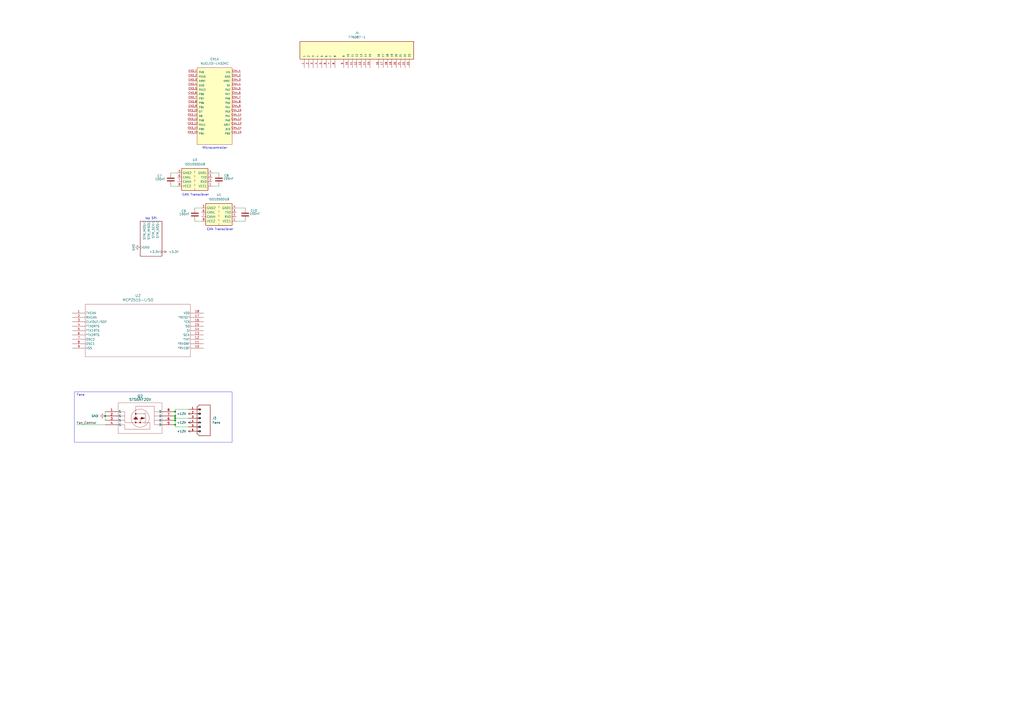
<source format=kicad_sch>
(kicad_sch (version 20231120) (generator "eeschema") (generator_version "8.0")
  (paper "A2")
  (lib_symbols
    (symbol "1FS_2_Global_Symbol_Library:1053091206" (pin_names (offset 1.016))
      (property "Reference" "J" (at 0 8.89 0))
      (property "Value" "1053091206" (at 0 -12.7 0))
      (symbol "1053091206_0_0"
        (polyline (pts (xy 0 -8.89) (xy 1.27 -10.16)) (stroke (width 0.254)))
        (polyline (pts (xy 0 -7.62) (xy 1.905 -7.62)) (stroke (width 0.254)))
        (polyline (pts (xy 0 -5.08) (xy 1.905 -5.08)) (stroke (width 0.254)))
        (polyline (pts (xy 0 -2.54) (xy 1.905 -2.54)) (stroke (width 0.254)))
        (polyline (pts (xy 0 0) (xy 1.905 0)) (stroke (width 0.254)))
        (polyline (pts (xy 0 2.54) (xy 1.905 2.54)) (stroke (width 0.254)))
        (polyline (pts (xy 0 5.08) (xy 0 -8.89)) (stroke (width 0.254)))
        (polyline (pts (xy 0 5.08) (xy 1.905 5.08)) (stroke (width 0.254)))
        (polyline (pts (xy 0 6.35) (xy 0 5.08)) (stroke (width 0.254)))
        (polyline (pts (xy 0 6.35) (xy 1.27 7.62)) (stroke (width 0.254)))
        (polyline (pts (xy 1.27 -10.16) (xy 7.62 -10.16)) (stroke (width 0.254)))
        (polyline (pts (xy 7.62 -10.16) (xy 7.62 7.62)) (stroke (width 0.254)))
        (polyline (pts (xy 7.62 7.62) (xy 1.27 7.62)) (stroke (width 0.254)))
        (rectangle (start 0.635 -7.9375) (end 2.2225 -7.3025) (stroke (width 0.1)) (fill (type outline)))
        (rectangle (start 0.635 -5.3975) (end 2.2225 -4.7625) (stroke (width 0.1)) (fill (type outline)))
        (rectangle (start 0.635 -2.8575) (end 2.2225 -2.2225) (stroke (width 0.1)) (fill (type outline)))
        (rectangle (start 0.635 -0.3175) (end 2.2225 0.3175) (stroke (width 0.1)) (fill (type outline)))
        (rectangle (start 0.635 2.2225) (end 2.2225 2.8575) (stroke (width 0.1)) (fill (type outline)))
        (rectangle (start 0.635 4.7625) (end 2.2225 5.3975) (stroke (width 0.1)) (fill (type outline)))
        (pin passive line (at -5.08 5.08 0) (length 5.08) (name "1") (number "1"))
        (pin passive line (at -5.08 2.54 0) (length 5.08) (name "2") (number "2"))
        (pin passive line (at -5.08 0 0) (length 5.08) (name "3") (number "3"))
        (pin passive line (at -5.08 -2.54 0) (length 5.08) (name "4") (number "4"))
        (pin passive line (at -5.08 -5.08 0) (length 5.08) (name "5") (number "5"))
        (pin passive line (at -5.08 -7.62 0) (length 5.08) (name "6") (number "6"))
      )
    )
    (symbol "1FS_2_Global_Symbol_Library:776087-1" (pin_names (offset 1.016))
      (property "Reference" "J" (at -5.0808 33.7876 0))
      (property "Value" "776087-1" (at -5.0826 -35.5781 0))
      (symbol "776087-1_0_0"
        (rectangle (start -5.08 -33.02) (end 5.08 33.02) (stroke (width 0.254)) (fill (type background)))
        (pin passive line (at -10.16 30.48 0) (length 5.08) (name "1") (number "1"))
        (pin passive line (at -10.16 5.08 0) (length 5.08) (name "10") (number "10"))
        (pin passive line (at -10.16 2.54 0) (length 5.08) (name "11") (number "11"))
        (pin passive line (at -10.16 0 0) (length 5.08) (name "12") (number "12"))
        (pin passive line (at -10.16 -2.54 0) (length 5.08) (name "13") (number "13"))
        (pin passive line (at -10.16 -5.08 0) (length 5.08) (name "14") (number "14"))
        (pin passive line (at -10.16 -7.62 0) (length 5.08) (name "15") (number "15"))
        (pin passive line (at -10.16 -12.7 0) (length 5.08) (name "16") (number "16"))
        (pin passive line (at -10.16 -15.24 0) (length 5.08) (name "17") (number "17"))
        (pin passive line (at -10.16 -17.78 0) (length 5.08) (name "18") (number "18"))
        (pin passive line (at -10.16 -20.32 0) (length 5.08) (name "19") (number "19"))
        (pin passive line (at -10.16 27.94 0) (length 5.08) (name "2") (number "2"))
        (pin passive line (at -10.16 -22.86 0) (length 5.08) (name "20") (number "20"))
        (pin passive line (at -10.16 -25.4 0) (length 5.08) (name "21") (number "21"))
        (pin passive line (at -10.16 -27.94 0) (length 5.08) (name "22") (number "22"))
        (pin passive line (at -10.16 -30.48 0) (length 5.08) (name "23") (number "23"))
        (pin passive line (at -10.16 25.4 0) (length 5.08) (name "3") (number "3"))
        (pin passive line (at -10.16 22.86 0) (length 5.08) (name "4") (number "4"))
        (pin passive line (at -10.16 20.32 0) (length 5.08) (name "5") (number "5"))
        (pin passive line (at -10.16 17.78 0) (length 5.08) (name "6") (number "6"))
        (pin passive line (at -10.16 15.24 0) (length 5.08) (name "7") (number "7"))
        (pin passive line (at -10.16 12.7 0) (length 5.08) (name "8") (number "8"))
        (pin passive line (at -10.16 7.62 0) (length 5.08) (name "9") (number "9"))
      )
    )
    (symbol "1_ACC_BOARD:STS6NF20V" (pin_names (offset 0.254))
      (property "Reference" "CR" (at 20.32 10.16 0))
      (property "Value" "STS6NF20V" (at 20.32 7.62 0))
      (symbol "STS6NF20V_0_1"
        (polyline (pts (xy 7.62 -12.7) (xy 33.02 -12.7)) (stroke (width 0.127)))
        (polyline (pts (xy 7.62 -5.08) (xy 11.43 -5.08)) (stroke (width 0.127)))
        (polyline (pts (xy 7.62 -2.54) (xy 11.43 -2.54)) (stroke (width 0.127)))
        (polyline (pts (xy 7.62 0) (xy 11.43 0)) (stroke (width 0.127)))
        (polyline (pts (xy 7.62 5.08) (xy 7.62 -12.7)) (stroke (width 0.127)))
        (polyline (pts (xy 11.43 -10.16) (xy 11.43 -7.62)) (stroke (width 0.127)))
        (polyline (pts (xy 11.43 -7.62) (xy 7.62 -7.62)) (stroke (width 0.127)))
        (polyline (pts (xy 11.43 -6.35) (xy 14.605 -6.35)) (stroke (width 0.127)))
        (polyline (pts (xy 11.43 0) (xy 11.43 -6.35)) (stroke (width 0.127)))
        (polyline (pts (xy 16.51 -4.445) (xy 17.78 -3.175)) (stroke (width 0.127)))
        (polyline (pts (xy 16.51 -4.445) (xy 19.05 -4.445)) (stroke (width 0.127)))
        (polyline (pts (xy 16.51 -3.175) (xy 19.05 -3.175)) (stroke (width 0.127)))
        (polyline (pts (xy 17.78 -6.35) (xy 17.78 3.175)) (stroke (width 0.127)))
        (polyline (pts (xy 17.78 3.175) (xy 28.575 3.175)) (stroke (width 0.127)))
        (polyline (pts (xy 19.05 -4.445) (xy 17.78 -3.175)) (stroke (width 0.127)))
        (polyline (pts (xy 20.32 -3.81) (xy 20.32 -6.35)) (stroke (width 0.127)))
        (polyline (pts (xy 20.32 -3.81) (xy 22.86 -3.81)) (stroke (width 0.127)))
        (polyline (pts (xy 20.955 -4.445) (xy 22.86 -3.81)) (stroke (width 0.127)))
        (polyline (pts (xy 20.955 -3.175) (xy 20.955 -4.445)) (stroke (width 0.127)))
        (polyline (pts (xy 22.86 -6.985) (xy 22.86 -5.715)) (stroke (width 0.127)))
        (polyline (pts (xy 22.86 -6.35) (xy 14.605 -6.35)) (stroke (width 0.127)))
        (polyline (pts (xy 22.86 -4.445) (xy 22.86 -3.175)) (stroke (width 0.127)))
        (polyline (pts (xy 22.86 -3.81) (xy 20.955 -3.175)) (stroke (width 0.127)))
        (polyline (pts (xy 22.86 -1.905) (xy 22.86 -0.635)) (stroke (width 0.127)))
        (polyline (pts (xy 22.86 -1.27) (xy 17.78 -1.27)) (stroke (width 0.127)))
        (polyline (pts (xy 23.495 -6.35) (xy 26.035 -6.35)) (stroke (width 0.127)))
        (polyline (pts (xy 23.495 -0.635) (xy 23.495 -6.985)) (stroke (width 0.127)))
        (polyline (pts (xy 26.035 -10.16) (xy 11.43 -10.16)) (stroke (width 0.127)))
        (polyline (pts (xy 26.035 -6.35) (xy 26.035 -10.16)) (stroke (width 0.127)))
        (polyline (pts (xy 28.575 -7.62) (xy 33.02 -7.62)) (stroke (width 0.127)))
        (polyline (pts (xy 28.575 3.175) (xy 28.575 -7.62)) (stroke (width 0.127)))
        (polyline (pts (xy 33.02 -12.7) (xy 33.02 5.08)) (stroke (width 0.127)))
        (polyline (pts (xy 33.02 -5.08) (xy 28.575 -5.08)) (stroke (width 0.127)))
        (polyline (pts (xy 33.02 -2.54) (xy 28.575 -2.54)) (stroke (width 0.127)))
        (polyline (pts (xy 33.02 0) (xy 28.575 0)) (stroke (width 0.127)))
        (polyline (pts (xy 33.02 5.08) (xy 7.62 5.08)) (stroke (width 0.127)))
        (polyline (pts (xy 16.51 -4.445) (xy 17.78 -3.175) (xy 19.05 -4.445)) (fill (type outline)))
        (polyline (pts (xy 20.955 -3.175) (xy 20.955 -4.445) (xy 22.86 -3.81)) (fill (type outline)))
        (circle (center 17.78 -6.35) (radius 0.254) (stroke (width 0.381)))
        (circle (center 17.78 -1.27) (radius 0.254) (stroke (width 0.381)))
        (circle (center 20.32 -6.35) (radius 0.254) (stroke (width 0.381)))
        (circle (center 20.32 -3.81) (radius 5.2324) (stroke (width 0.127)))
        (pin unspecified line (at 0 0 0) (length 7.62) (name "S") (number "1"))
        (pin unspecified line (at 0 -2.54 0) (length 7.62) (name "S") (number "2"))
        (pin unspecified line (at 0 -5.08 0) (length 7.62) (name "S") (number "3"))
        (pin unspecified line (at 0 -7.62 0) (length 7.62) (name "G") (number "4"))
        (pin unspecified line (at 40.64 -7.62 180) (length 7.62) (name "D") (number "5"))
        (pin unspecified line (at 40.64 -5.08 180) (length 7.62) (name "D") (number "6"))
        (pin unspecified line (at 40.64 -2.54 180) (length 7.62) (name "D") (number "7"))
        (pin unspecified line (at 40.64 0 180) (length 7.62) (name "D") (number "8"))
      )
    )
    (symbol "Device:C" (pin_numbers hide) (pin_names (offset 0.254))
      (property "Reference" "C" (at 0.635 2.54 0))
      (property "Value" "C" (at 0.635 -2.54 0))
      (symbol "C_0_1"
        (polyline (pts (xy -2.032 -0.762) (xy 2.032 -0.762)) (stroke (width 0.508)))
        (polyline (pts (xy -2.032 0.762) (xy 2.032 0.762)) (stroke (width 0.508)))
      )
      (symbol "C_1_1"
        (pin passive line (at 0 3.81 270) (length 2.794) (name "~") (number "1"))
        (pin passive line (at 0 -3.81 90) (length 2.794) (name "~") (number "2"))
      )
    )
    (symbol "FS_3_Global_Symbol_Library:MCP2515-I_SO" (pin_names (offset 0.254))
      (property "Reference" "U" (at 38.1 10.16 0))
      (property "Value" "MCP2515-I/SO" (at 38.1 7.62 0))
      (symbol "MCP2515-I_SO_0_1"
        (polyline (pts (xy 7.62 -25.4) (xy 68.58 -25.4)) (stroke (width 0.127)))
        (polyline (pts (xy 7.62 5.08) (xy 7.62 -25.4)) (stroke (width 0.127)))
        (polyline (pts (xy 68.58 -25.4) (xy 68.58 5.08)) (stroke (width 0.127)))
        (polyline (pts (xy 68.58 5.08) (xy 7.62 5.08)) (stroke (width 0.127)))
        (pin unspecified line (at 0 0 0) (length 7.62) (name "TXCAN") (number "1"))
        (pin unspecified line (at 76.2 -20.32 180) (length 7.62) (name "*RX1BF") (number "10"))
        (pin unspecified line (at 76.2 -17.78 180) (length 7.62) (name "*RX0BF") (number "11"))
        (pin unspecified line (at 76.2 -15.24 180) (length 7.62) (name "*INT") (number "12"))
        (pin unspecified line (at 76.2 -12.7 180) (length 7.62) (name "SCK") (number "13"))
        (pin unspecified line (at 76.2 -10.16 180) (length 7.62) (name "SI") (number "14"))
        (pin unspecified line (at 76.2 -7.62 180) (length 7.62) (name "SO") (number "15"))
        (pin unspecified line (at 76.2 -5.08 180) (length 7.62) (name "*CS") (number "16"))
        (pin unspecified line (at 76.2 -2.54 180) (length 7.62) (name "*RESET") (number "17"))
        (pin unspecified line (at 76.2 0 180) (length 7.62) (name "VDD") (number "18"))
        (pin unspecified line (at 0 -2.54 0) (length 7.62) (name "RXCAN") (number "2"))
        (pin unspecified line (at 0 -5.08 0) (length 7.62) (name "CLKOUT/SOF") (number "3"))
        (pin unspecified line (at 0 -7.62 0) (length 7.62) (name "*TX0RTS") (number "4"))
        (pin unspecified line (at 0 -10.16 0) (length 7.62) (name "*TX1RTS") (number "5"))
        (pin unspecified line (at 0 -12.7 0) (length 7.62) (name "*TX2RTS") (number "6"))
        (pin unspecified line (at 0 -15.24 0) (length 7.62) (name "OSC2") (number "7"))
        (pin unspecified line (at 0 -17.78 0) (length 7.62) (name "OSC1") (number "8"))
        (pin unspecified line (at 0 -20.32 0) (length 7.62) (name "VSS") (number "9"))
      )
    )
    (symbol "FS_3_Global_Symbol_Library:NUCLEO-L432KC" (pin_names (offset 1.016))
      (property "Reference" "CN" (at 7.62 18.288 0))
      (property "Value" "NUCLEO-L432KC" (at -7.62 -25.4 0))
      (symbol "NUCLEO-L432KC_1_0"
        (rectangle (start -10.16 17.78) (end 10.16 -26.67) (stroke (width 0.1524)) (fill (type background)))
        (pin bidirectional line (at -15.24 15.24 0) (length 5.08) (name "PA9") (number "CN3_1"))
        (pin bidirectional line (at -15.24 -12.7 0) (length 5.08) (name "PA8") (number "CN3_12"))
        (pin bidirectional line (at -15.24 -15.24 0) (length 5.08) (name "PA11") (number "CN3_13"))
        (pin bidirectional line (at -15.24 -17.78 0) (length 5.08) (name "PB5") (number "CN3_14"))
        (pin bidirectional line (at -15.24 -20.32 0) (length 5.08) (name "PB4") (number "CN3_15"))
        (pin bidirectional line (at -15.24 12.7 0) (length 5.08) (name "PA10") (number "CN3_2"))
        (pin bidirectional line (at -15.24 5.08 0) (length 5.08) (name "PA12") (number "CN3_5"))
        (pin bidirectional line (at -15.24 2.54 0) (length 5.08) (name "PB0") (number "CN3_6"))
        (pin bidirectional line (at -15.24 0 0) (length 5.08) (name "PB7") (number "CN3_7"))
        (pin bidirectional line (at -15.24 -2.54 0) (length 5.08) (name "PB6") (number "CN3_8"))
        (pin bidirectional line (at -15.24 -5.08 0) (length 5.08) (name "PB1") (number "CN3_9"))
      )
      (symbol "NUCLEO-L432KC_1_1"
        (pin bidirectional line (at -15.24 -7.62 0) (length 5.08) (name "D7") (number "CN3_10"))
        (pin bidirectional line (at -15.24 -10.16 0) (length 5.08) (name "D8") (number "CN3_11"))
        (pin bidirectional line (at -15.24 10.16 0) (length 5.08) (name "NRST") (number "CN3_3"))
        (pin power_in line (at -15.24 7.62 0) (length 5.08) (name "GND") (number "CN3_4"))
        (pin power_in line (at 15.24 15.24 180) (length 5.08) (name "VIN") (number "CN4_1"))
        (pin bidirectional line (at 15.24 -7.62 180) (length 5.08) (name "PA3") (number "CN4_10"))
        (pin bidirectional line (at 15.24 -10.16 180) (length 5.08) (name "PA1") (number "CN4_11"))
        (pin bidirectional line (at 15.24 -12.7 180) (length 5.08) (name "PA0") (number "CN4_12"))
        (pin bidirectional line (at 15.24 -15.24 180) (length 5.08) (name "AREF") (number "CN4_13"))
        (pin power_out line (at 15.24 -17.78 180) (length 5.08) (name "3V3") (number "CN4_14"))
        (pin bidirectional line (at 15.24 -20.32 180) (length 5.08) (name "PB3") (number "CN4_15"))
        (pin power_in line (at 15.24 12.7 180) (length 5.08) (name "GND") (number "CN4_2"))
        (pin bidirectional line (at 15.24 10.16 180) (length 5.08) (name "NRST") (number "CN4_3"))
        (pin power_out line (at 15.24 7.62 180) (length 5.08) (name "5V") (number "CN4_4"))
        (pin bidirectional line (at 15.24 5.08 180) (length 5.08) (name "PA2") (number "CN4_5"))
        (pin bidirectional line (at 15.24 2.54 180) (length 5.08) (name "PA7") (number "CN4_6"))
        (pin bidirectional line (at 15.24 0 180) (length 5.08) (name "PA6") (number "CN4_7"))
        (pin bidirectional line (at 15.24 -2.54 180) (length 5.08) (name "PA5") (number "CN4_8"))
        (pin bidirectional line (at 15.24 -5.08 180) (length 5.08) (name "PA4") (number "CN4_9"))
      )
      (symbol "NUCLEO-L432KC_2_0"
        (rectangle (start -10.16 -17.78) (end 10.16 17.78) (stroke (width 0.1524)) (fill (type background)))
        (text "CN4" (at -10.16 18.542 0) (effects (font (size 1.778 1.778)) (justify left bottom)))
        (pin input line (at -15.24 7.62 0) (length 5.08) (name "VIN") (number "CN4_1"))
        (pin bidirectional line (at -15.24 -10.16 0) (length 5.08) (name "PA3") (number "CN4_10"))
        (pin bidirectional line (at -15.24 -5.08 0) (length 5.08) (name "PA1") (number "CN4_11"))
        (pin bidirectional line (at -15.24 -2.54 0) (length 5.08) (name "PA0") (number "CN4_12"))
        (pin bidirectional line (at 15.24 7.62 180) (length 5.08) (name "AREF") (number "CN4_13"))
        (pin power_in line (at 15.24 12.7 180) (length 5.08) (name "+3V3") (number "CN4_14"))
        (pin bidirectional line (at 15.24 2.54 180) (length 5.08) (name "PB3") (number "CN4_15"))
        (pin power_in line (at 15.24 -15.24 180) (length 5.08) (name "GND_CN4") (number "CN4_2"))
        (pin bidirectional line (at -15.24 2.54 0) (length 5.08) (name "NRST_CN4") (number "CN4_3"))
        (pin power_in line (at 15.24 15.24 180) (length 5.08) (name "+5V") (number "CN4_4"))
        (pin bidirectional line (at -15.24 -7.62 0) (length 5.08) (name "PA2") (number "CN4_5"))
        (pin bidirectional line (at 15.24 -10.16 180) (length 5.08) (name "PA7") (number "CN4_6"))
        (pin bidirectional line (at 15.24 -7.62 180) (length 5.08) (name "PA6") (number "CN4_7"))
        (pin bidirectional line (at 15.24 -5.08 180) (length 5.08) (name "PA5") (number "CN4_8"))
        (pin bidirectional line (at 15.24 -2.54 180) (length 5.08) (name "PA4") (number "CN4_9"))
      )
      (symbol "NUCLEO-L432KC_2_1"
        (pin bidirectional line (at 17.78 6.35 180) (length 5.08) (name "PA2") (number "-UB"))
      )
    )
    (symbol "Interface_CAN_LIN:ISO1050DUB"
      (property "Reference" "U" (at -6.35 6.35 0))
      (property "Value" "ISO1050DUB" (at 2.54 6.35 0))
      (symbol "ISO1050DUB_0_1"
        (rectangle (start -7.62 5.08) (end 7.62 -7.62) (stroke (width 0.254)) (fill (type background)))
        (polyline (pts (xy 0 -5.08) (xy 0 -6.35)))
        (polyline (pts (xy 0 -2.54) (xy 0 -3.81)))
        (polyline (pts (xy 0 0) (xy 0 -1.27)))
        (polyline (pts (xy 0 2.54) (xy 0 1.27)))
        (polyline (pts (xy 0 5.08) (xy 0 3.81)))
      )
      (symbol "ISO1050DUB_1_1"
        (pin power_in line (at -10.16 2.54 0) (length 2.54) (name "VCC1") (number "1"))
        (pin output line (at -10.16 0 0) (length 2.54) (name "RXD") (number "2"))
        (pin input line (at -10.16 -2.54 0) (length 2.54) (name "TXD") (number "3"))
        (pin power_in line (at -10.16 -5.08 0) (length 2.54) (name "GND1") (number "4"))
        (pin power_in line (at 10.16 -5.08 180) (length 2.54) (name "GND2") (number "5"))
        (pin bidirectional line (at 10.16 -2.54 180) (length 2.54) (name "CANL") (number "6"))
        (pin bidirectional line (at 10.16 0 180) (length 2.54) (name "CANH") (number "7"))
        (pin power_in line (at 10.16 2.54 180) (length 2.54) (name "VCC2") (number "8"))
      )
    )
    (symbol "power:+12V" (power) (pin_names (offset 0))
      (property "Value" "+12V" (at 0 3.556 0))
      (symbol "+12V_0_1"
        (polyline (pts (xy -0.762 1.27) (xy 0 2.54)))
        (polyline (pts (xy 0 0) (xy 0 2.54)))
        (polyline (pts (xy 0 2.54) (xy 0.762 1.27)))
      )
      (symbol "+12V_1_1"
        (pin power_in line (at 0 0 90) (length 0) hide (name "+12V") (number "1"))
      )
    )
    (symbol "power:+3.3V" (power) (pin_names (offset 0))
      (property "Value" "+3.3V" (at 0 3.556 0))
      (symbol "+3.3V_0_1"
        (polyline (pts (xy -0.762 1.27) (xy 0 2.54)))
        (polyline (pts (xy 0 0) (xy 0 2.54)))
        (polyline (pts (xy 0 2.54) (xy 0.762 1.27)))
      )
      (symbol "+3.3V_1_1"
        (pin power_in line (at 0 0 90) (length 0) hide (name "+3.3V") (number "1"))
      )
    )
    (symbol "power:GND" (power) (pin_names (offset 0))
      (property "Value" "GND" (at 0 -3.81 0))
      (symbol "GND_0_1"
        (polyline (pts (xy 0 0) (xy 0 -1.27) (xy 1.27 -1.27) (xy 0 -2.54) (xy -1.27 -1.27) (xy 0 -1.27)))
      )
      (symbol "GND_1_1"
        (pin power_in line (at 0 0 270) (length 0) hide (name "GND") (number "1"))
      )
    )
  )
  (junction (at 101.6 243.84))
  (junction (at 101.6 246.38))
  (junction (at 101.6 241.3))
  (junction (at 60.96 241.3))
  (junction (at 101.6 238.76))
  (junction (at 101.6 242.57))
  (wire (pts (xy 109.22 245.11) (xy 111.76 245.11)))
  (wire (pts (xy 109.22 240.03) (xy 111.76 240.03)))
  (wire (pts (xy 137.16 128.27) (xy 142.24 128.27)))
  (wire (pts (xy 60.96 238.76) (xy 60.96 241.3)))
  (wire (pts (xy 113.03 120.65) (xy 116.84 120.65)))
  (wire (pts (xy 99.06 100.33) (xy 102.87 100.33)))
  (wire (pts (xy 123.19 100.33) (xy 127 100.33)))
  (wire (pts (xy 101.6 242.57) (xy 101.6 241.3)))
  (wire (pts (xy 101.6 246.38) (xy 101.6 243.84)))
  (wire (pts (xy 101.6 246.38) (xy 101.6 247.65)))
  (wire (pts (xy 137.16 120.65) (xy 142.24 120.65)))
  (wire (pts (xy 60.96 241.3) (xy 60.96 243.84)))
  (wire (pts (xy 101.6 243.84) (xy 101.6 242.57)))
  (wire (pts (xy 101.6 237.49) (xy 109.22 237.49)))
  (wire (pts (xy 101.6 241.3) (xy 101.6 238.76)))
  (wire (pts (xy 101.6 238.76) (xy 101.6 237.49)))
  (wire (pts (xy 44.45 246.38) (xy 60.96 246.38)))
  (wire (pts (xy 101.6 242.57) (xy 109.22 242.57)))
  (wire (pts (xy 113.03 128.27) (xy 116.84 128.27)))
  (wire (pts (xy 99.06 107.95) (xy 102.87 107.95)))
  (wire (pts (xy 123.19 107.95) (xy 127 107.95)))
  (wire (pts (xy 109.22 250.19) (xy 111.76 250.19)))
  (wire (pts (xy 101.6 247.65) (xy 109.22 247.65)))
  (rectangle (start 43.18 227.33) (end 134.62 256.54))
  (text "Fans" (at 44.45 229.87 0) (effects (font (size 1.27 1.27)) (justify left bottom)))
  (text "Microcontroller" (at 117.348 86.614 0) (effects (font (size 1.27 1.27)) (justify left bottom)))
  (text "CAN Transciever\n" (at 119.888 133.858 0) (effects (font (size 1.27 1.27)) (justify left bottom)))
  (text "Iso SPI" (at 84.074 127.508 0) (effects (font (size 1.27 1.27)) (justify left bottom)))
  (text "CAN Transciever\n" (at 105.664 113.792 0) (effects (font (size 1.27 1.27)) (justify left bottom)))
  (label "Fan_Control" (at 44.45 246.38 0))
  (symbol (lib_id "power:+12V") (at 111.76 240.03 90) (unit 1)
    (property "Reference" "#PWR016" (effects (hide yes)))
    (property "Value" "+12V" (at 107.95 240.0299 90) (effects (justify left)))
  )
  (symbol (lib_id "power:GND") (at 81.28 143.51 270) (unit 1)
    (property "Reference" "#PWR02" (effects (hide yes)))
    (property "Value" "GND" (at 77.47 143.51 0))
  )
  (symbol (lib_id "1FS_2_Global_Symbol_Library:1053091206") (at 114.3 242.57 0) (unit 1)
    (property "Reference" "J3" (at 123.19 242.57 0) (effects (justify left)))
    (property "Value" "Fans" (at 123.19 245.11 0) (effects (justify left)))
    (property "Footprint" "1FS_2_Global_Footprint_Library:MOLEX_1053091206" (effects (hide yes)))
    (property "PARTREV" "H" (effects (hide yes)))
    (property "STANDARD" "Manufacturer Recommendations" (effects (hide yes)))
    (property "MAXIMUM_PACKAGE_HEIGHT" "10.51 mm" (effects (hide yes)))
    (property "MANUFACTURER" "Molex" (effects (hide yes)))
  )
  (symbol (lib_id "power:GND") (at 60.96 241.3 270) (unit 1)
    (property "Reference" "#PWR01" (effects (hide yes)))
    (property "Value" "GND" (at 57.15 241.3 90) (effects (justify right)))
  )
  (symbol (lib_id "1_ACC_BOARD:STS6NF20V") (at 60.96 238.76 0) (unit 1)
    (property "Reference" "Q2" (at 81.28 229.87 0) (effects (font (size 1.524 1.524))))
    (property "Value" "STS6NF20V" (at 81.28 231.775 0) (effects (font (size 1.524 1.524))))
    (property "Footprint" "1FS_2_Global_Footprint_Library:SO-8_STM" (effects (hide yes)))
    (property "Datasheet" "STS6NF20V" (effects (hide yes)))
  )
  (symbol (lib_id "Interface_CAN_LIN:ISO1050DUB") (at 127 125.73 180) (unit 1)
    (property "Reference" "U1" (at 127 113.03 0))
    (property "Value" "ISO1050DUB" (at 127 115.57 0))
    (property "Footprint" "Package_SO:SOP-8_6.62x9.15mm_P2.54mm" (effects (hide yes)))
    (property "Datasheet" "http://www.ti.com/lit/ds/symlink/iso1050.pdf" (effects (hide yes)))
  )
  (symbol (lib_id "power:+3.3V") (at 93.98 146.05 270) (unit 1)
    (property "Reference" "#PWR03" (effects (hide yes)))
    (property "Value" "+3.3V" (at 97.79 146.05 90) (effects (justify left)))
  )
  (symbol (lib_id "Interface_CAN_LIN:ISO1050DUB") (at 113.03 105.41 180) (unit 1)
    (property "Reference" "U3" (at 113.03 92.71 0))
    (property "Value" "ISO1050DUB" (at 113.03 95.25 0))
    (property "Footprint" "Package_SO:SOP-8_6.62x9.15mm_P2.54mm" (effects (hide yes)))
    (property "Datasheet" "http://www.ti.com/lit/ds/symlink/iso1050.pdf" (effects (hide yes)))
  )
  (symbol (lib_id "FS_3_Global_Symbol_Library:NUCLEO-L432KC") (at 124.46 57.15 0) (unit 1)
    (property "Reference" "CN1" (at 124.46 34.29 0))
    (property "Value" "NUCLEO-L432KC" (at 124.46 36.83 0))
    (property "Footprint" "FS_3_Global_Footprint_Library:NUCLEO-L432KC" (effects (hide yes)))
    (property "Description" "STM32 Microcontroller" (effects (hide yes)))
    (property "PARTREV" "N/A" (effects (hide yes)))
    (property "STANDARD" "Manufacturer Recommendations" (effects (hide yes)))
    (property "MAXIMUM_PACKAGE_HEIGHT" "N/A" (effects (hide yes)))
    (property "MANUFACTURER" "ST Microelectronics" (effects (hide yes)))
  )
  (symbol (lib_id "FS_3_Global_Symbol_Library:MCP2515-I_SO") (at 41.91 181.61 0) (unit 1)
    (property "Reference" "U2" (at 80.01 171.45 0) (effects (font (size 1.524 1.524))))
    (property "Value" "MCP2515-I/SO" (at 80.01 173.99 0) (effects (font (size 1.524 1.524))))
    (property "Footprint" "SOIC18-W_MC_MCH" (effects (hide yes)))
    (property "Datasheet" "MCP2515-I/SO" (effects (hide yes)))
    (property "Description" "Stand Alone CAN Controller with SPI" (effects (hide yes)))
  )
  (symbol (lib_id "power:+12V") (at 111.76 250.19 90) (unit 1)
    (property "Reference" "#PWR018" (effects (hide yes)))
    (property "Value" "+12V" (at 107.95 250.1899 90) (effects (justify left)))
  )
  (symbol (lib_id "1FS_2_Global_Symbol_Library:776087-1") (at 207.01 29.21 90) (unit 1)
    (property "Reference" "J4" (at 207.01 19.05 90))
    (property "Value" "776087-1" (at 207.01 21.59 90))
    (property "Footprint" "1FS_2_Global_Footprint_Library:TE_776087-1" (effects (hide yes)))
    (property "PARTREV" "E11" (effects (hide yes)))
    (property "METADATA" "Manufacturer recommendation" (effects (hide yes)))
    (property "MANUFACTURER" "TE CONNECTIVITY" (effects (hide yes)))
  )
  (symbol (lib_id "Device:C") (at 99.06 104.14 0) (unit 1)
    (property "Reference" "C7" (at 91.186 102.108 0) (effects (justify left)))
    (property "Value" "100nF" (at 89.916 103.886 0) (effects (justify left)))
    (property "Footprint" "Capacitor_SMD:C_0805_2012Metric_Pad1.18x1.45mm_HandSolder" (effects (hide yes)))
  )
  (symbol (lib_id "Device:C") (at 113.03 124.46 0) (unit 1)
    (property "Reference" "C9" (at 105.156 122.428 0) (effects (justify left)))
    (property "Value" "100nF" (at 103.886 124.206 0) (effects (justify left)))
    (property "Footprint" "Capacitor_SMD:C_0805_2012Metric_Pad1.18x1.45mm_HandSolder" (effects (hide yes)))
  )
  (symbol (lib_id "Device:C") (at 142.24 124.46 0) (unit 1)
    (property "Reference" "C10" (at 145.288 122.174 0) (effects (justify left)))
    (property "Value" "100nF" (at 144.78 123.952 0) (effects (justify left)))
    (property "Footprint" "Capacitor_SMD:C_0805_2012Metric_Pad1.18x1.45mm_HandSolder" (effects (hide yes)))
  )
  (symbol (lib_id "Device:C") (at 127 104.14 0) (unit 1)
    (property "Reference" "C8" (at 130.048 101.854 0) (effects (justify left)))
    (property "Value" "100nF" (at 129.54 103.632 0) (effects (justify left)))
    (property "Footprint" "Capacitor_SMD:C_0805_2012Metric_Pad1.18x1.45mm_HandSolder" (effects (hide yes)))
  )
  (symbol (lib_id "power:+12V") (at 111.76 245.11 90) (unit 1)
    (property "Reference" "#PWR017" (effects (hide yes)))
    (property "Value" "+12V" (at 107.95 245.1099 90) (effects (justify left)))
  )
  (sheet (at 81.28 128.27) (size 12.7 20.32) (stroke (width 0.1524))
    (property "Sheetname" "Iso SPI" (effects (hide yes)))
    (property "Sheetfile" "isoSPI.kicad_sch" (effects (hide yes)))
    (pin "+3.3V" input (at 93.98 146.05 0))
    (pin "GND" input (at 81.28 143.51 180))
    (pin "STM_NSS" input (at 91.44 128.27 90))
    (pin "STM_SCK" input (at 88.9 128.27 90))
    (pin "STM_MISO" output (at 86.36 128.27 90))
    (pin "STM_MOSI" input (at 83.82 128.27 90))
  )
)
</source>
